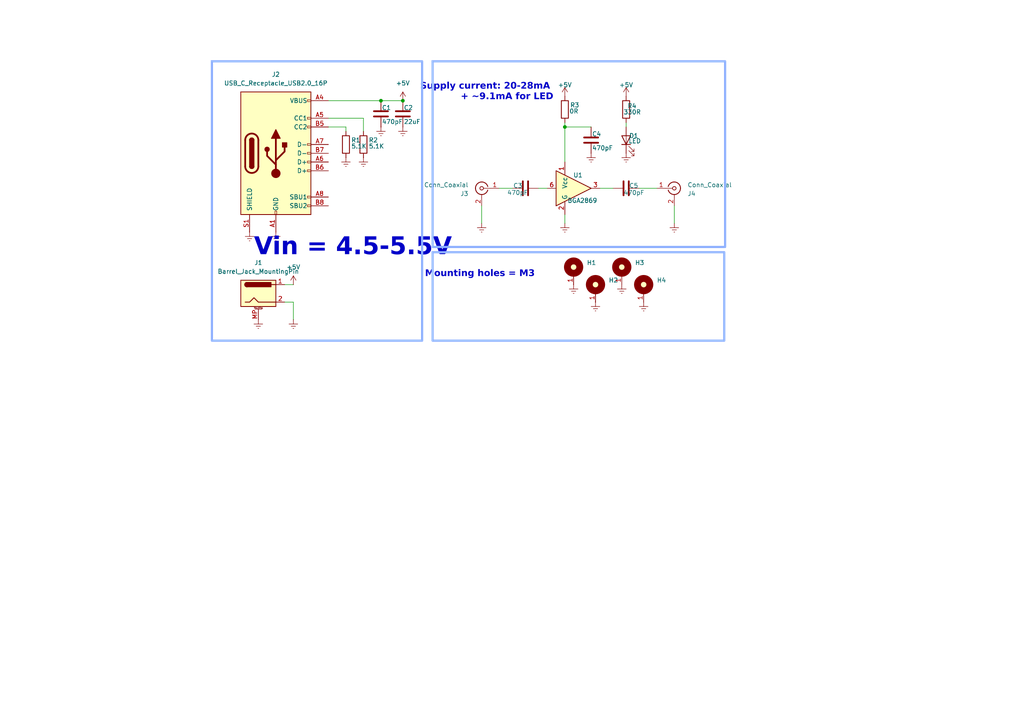
<source format=kicad_sch>
(kicad_sch (version 20250114) (generator "eeschema") (generator_version "9.0")
  (paper "A4")
  (lib_symbols
    (symbol "Connector:Barrel_Jack_MountingPin" (pin_names (hide yes))
      (property "Reference" "J" (at 0 5.334 0))
      (property "Value" "Barrel_Jack_MountingPin" (at 1.27 -6.35 0))
      (symbol "Barrel_Jack_MountingPin_0_1"
        (rectangle (start -5.08 3.81) (end 5.08 -3.81) (stroke (width 0.254)) (fill (type background)))
        (polyline (pts (xy -3.81 -2.54) (xy -2.54 -2.54) (xy -1.27 -1.27) (xy 0 -2.54) (xy 2.54 -2.54) (xy 5.08 -2.54)) (stroke (width 0.254)))
        (arc (start -3.302 1.905) (mid -3.9343 2.54) (end -3.302 3.175) (stroke (width 0.254)))
        (arc (start -3.302 1.905) (mid -3.9343 2.54) (end -3.302 3.175) (stroke (width 0.254)) (fill (type outline)))
        (rectangle (start 3.683 3.175) (end -3.302 1.905) (stroke (width 0.254)) (fill (type outline)))
        (polyline (pts (xy 5.08 2.54) (xy 3.81 2.54)) (stroke (width 0.254)))
      )
      (symbol "Barrel_Jack_MountingPin_1_1"
        (polyline (pts (xy -1.016 -4.572) (xy 1.016 -4.572)) (stroke (width 0.1524)))
        (text "Mounting" (at 0 -4.191 0) (effects (font (size 0.381 0.381))))
        (pin passive line (at 0 -7.62 90) (length 3.048) (name "MountPin") (number "MP"))
        (pin passive line (at 7.62 2.54 180) (length 2.54) (name "~") (number "1"))
        (pin passive line (at 7.62 -2.54 180) (length 2.54) (name "~") (number "2"))
      )
    )
    (symbol "Connector:Conn_Coaxial" (pin_names (offset 1.016) (hide yes))
      (property "Reference" "J" (at 0.254 3.048 0))
      (property "Value" "Conn_Coaxial" (at 2.921 0 90))
      (symbol "Conn_Coaxial_0_1"
        (polyline (pts (xy -2.54 0) (xy -0.508 0)))
        (arc (start 1.778 0) (mid 0.222 -1.8079) (end -1.778 -0.508) (stroke (width 0.254)))
        (arc (start -1.778 0.508) (mid 0.2221 1.8084) (end 1.778 0) (stroke (width 0.254)))
        (circle (center 0 0) (radius 0.508) (stroke (width 0.2032)))
        (polyline (pts (xy 0 -2.54) (xy 0 -1.778)))
      )
      (symbol "Conn_Coaxial_1_1"
        (pin passive line (at -5.08 0 0) (length 2.54) (name "In") (number "1"))
        (pin passive line (at 0 -5.08 90) (length 2.54) (name "Ext") (number "2"))
      )
    )
    (symbol "Connector:USB_C_Receptacle_USB2.0_16P" (pin_names (offset 1.016))
      (property "Reference" "J" (at 0 22.225 0))
      (property "Value" "USB_C_Receptacle_USB2.0_16P" (at 0 19.685 0))
      (symbol "USB_C_Receptacle_USB2.0_16P_0_0"
        (rectangle (start -0.254 -17.78) (end 0.254 -16.764))
        (rectangle (start 10.16 15.494) (end 9.144 14.986))
        (rectangle (start 10.16 10.414) (end 9.144 9.906))
        (rectangle (start 10.16 7.874) (end 9.144 7.366))
        (rectangle (start 10.16 2.794) (end 9.144 2.286))
        (rectangle (start 10.16 0.254) (end 9.144 -0.254))
        (rectangle (start 10.16 -2.286) (end 9.144 -2.794))
        (rectangle (start 10.16 -4.826) (end 9.144 -5.334))
        (rectangle (start 10.16 -12.446) (end 9.144 -12.954))
        (rectangle (start 10.16 -14.986) (end 9.144 -15.494))
      )
      (symbol "USB_C_Receptacle_USB2.0_16P_0_1"
        (rectangle (start -10.16 17.78) (end 10.16 -17.78) (stroke (width 0.254)) (fill (type background)))
        (polyline (pts (xy -8.89 -3.81) (xy -8.89 3.81)) (stroke (width 0.508)))
        (rectangle (start -7.62 -3.81) (end -6.35 3.81) (stroke (width 0.254)) (fill (type outline)))
        (arc (start -7.62 3.81) (mid -6.985 4.4423) (end -6.35 3.81) (stroke (width 0.254)))
        (arc (start -7.62 3.81) (mid -6.985 4.4423) (end -6.35 3.81) (stroke (width 0.254)) (fill (type outline)))
        (arc (start -8.89 3.81) (mid -6.985 5.7067) (end -5.08 3.81) (stroke (width 0.508)))
        (arc (start -5.08 -3.81) (mid -6.985 -5.7067) (end -8.89 -3.81) (stroke (width 0.508)))
        (arc (start -6.35 -3.81) (mid -6.985 -4.4423) (end -7.62 -3.81) (stroke (width 0.254)))
        (arc (start -6.35 -3.81) (mid -6.985 -4.4423) (end -7.62 -3.81) (stroke (width 0.254)) (fill (type outline)))
        (polyline (pts (xy -5.08 3.81) (xy -5.08 -3.81)) (stroke (width 0.508)))
        (circle (center -2.54 1.143) (radius 0.635) (stroke (width 0.254)) (fill (type outline)))
        (polyline (pts (xy -1.27 4.318) (xy 0 6.858) (xy 1.27 4.318) (xy -1.27 4.318)) (stroke (width 0.254)) (fill (type outline)))
        (polyline (pts (xy 0 -2.032) (xy 2.54 0.508) (xy 2.54 1.778)) (stroke (width 0.508)))
        (polyline (pts (xy 0 -3.302) (xy -2.54 -0.762) (xy -2.54 0.508)) (stroke (width 0.508)))
        (polyline (pts (xy 0 -5.842) (xy 0 4.318)) (stroke (width 0.508)))
        (circle (center 0 -5.842) (radius 1.27) (fill (type outline)))
        (rectangle (start 1.905 1.778) (end 3.175 3.048) (stroke (width 0.254)) (fill (type outline)))
      )
      (symbol "USB_C_Receptacle_USB2.0_16P_1_1"
        (pin passive line (at -7.62 -22.86 90) (length 5.08) (name "SHIELD") (number "S1"))
        (pin passive line (at 0 -22.86 90) (length 5.08) (name "GND") (number "A1"))
        (pin passive line (at 0 -22.86 90) (length 5.08) (hide yes) (name "GND") (number "A12"))
        (pin passive line (at 0 -22.86 90) (length 5.08) (hide yes) (name "GND") (number "B1"))
        (pin passive line (at 0 -22.86 90) (length 5.08) (hide yes) (name "GND") (number "B12"))
        (pin passive line (at 15.24 15.24 180) (length 5.08) (name "VBUS") (number "A4"))
        (pin passive line (at 15.24 15.24 180) (length 5.08) (hide yes) (name "VBUS") (number "A9"))
        (pin passive line (at 15.24 15.24 180) (length 5.08) (hide yes) (name "VBUS") (number "B4"))
        (pin passive line (at 15.24 15.24 180) (length 5.08) (hide yes) (name "VBUS") (number "B9"))
        (pin bidirectional line (at 15.24 10.16 180) (length 5.08) (name "CC1") (number "A5"))
        (pin bidirectional line (at 15.24 7.62 180) (length 5.08) (name "CC2") (number "B5"))
        (pin bidirectional line (at 15.24 2.54 180) (length 5.08) (name "D-") (number "A7"))
        (pin bidirectional line (at 15.24 0 180) (length 5.08) (name "D-") (number "B7"))
        (pin bidirectional line (at 15.24 -2.54 180) (length 5.08) (name "D+") (number "A6"))
        (pin bidirectional line (at 15.24 -5.08 180) (length 5.08) (name "D+") (number "B6"))
        (pin bidirectional line (at 15.24 -12.7 180) (length 5.08) (name "SBU1") (number "A8"))
        (pin bidirectional line (at 15.24 -15.24 180) (length 5.08) (name "SBU2") (number "B8"))
      )
    )
    (symbol "Device:C" (pin_numbers (hide yes)) (pin_names (offset 0.254))
      (property "Reference" "C" (at 0.635 2.54 0))
      (property "Value" "C" (at 0.635 -2.54 0))
      (symbol "C_0_1"
        (polyline (pts (xy -2.032 0.762) (xy 2.032 0.762)) (stroke (width 0.508)))
        (polyline (pts (xy -2.032 -0.762) (xy 2.032 -0.762)) (stroke (width 0.508)))
      )
      (symbol "C_1_1"
        (pin passive line (at 0 3.81 270) (length 2.794) (name "~") (number "1"))
        (pin passive line (at 0 -3.81 90) (length 2.794) (name "~") (number "2"))
      )
    )
    (symbol "Device:LED" (pin_numbers (hide yes)) (pin_names (offset 1.016) (hide yes))
      (property "Reference" "D" (at 0 2.54 0))
      (property "Value" "LED" (at 0 -2.54 0))
      (symbol "LED_0_1"
        (polyline (pts (xy -3.048 -0.762) (xy -4.572 -2.286) (xy -3.81 -2.286) (xy -4.572 -2.286) (xy -4.572 -1.524)))
        (polyline (pts (xy -1.778 -0.762) (xy -3.302 -2.286) (xy -2.54 -2.286) (xy -3.302 -2.286) (xy -3.302 -1.524)))
        (polyline (pts (xy -1.27 0) (xy 1.27 0)))
        (polyline (pts (xy -1.27 -1.27) (xy -1.27 1.27)) (stroke (width 0.254)))
        (polyline (pts (xy 1.27 -1.27) (xy 1.27 1.27) (xy -1.27 0) (xy 1.27 -1.27)) (stroke (width 0.254)))
      )
      (symbol "LED_1_1"
        (pin passive line (at -3.81 0 0) (length 2.54) (name "K") (number "1"))
        (pin passive line (at 3.81 0 180) (length 2.54) (name "A") (number "2"))
      )
    )
    (symbol "Device:R" (pin_numbers (hide yes)) (pin_names (offset 0))
      (property "Reference" "R" (at 2.032 0 90))
      (property "Value" "R" (at 0 0 90))
      (symbol "R_0_1"
        (rectangle (start -1.016 -2.54) (end 1.016 2.54) (stroke (width 0.254)))
      )
      (symbol "R_1_1"
        (pin passive line (at 0 3.81 270) (length 1.27) (name "~") (number "1"))
        (pin passive line (at 0 -3.81 90) (length 1.27) (name "~") (number "2"))
      )
    )
    (symbol "PCM_SL_Mechanical:MountingHole_M3_3.2mm_Pad"
      (property "Reference" "H" (at 0 7.62 0))
      (property "Value" "MountingHole_M3_3.2mm_Pad" (at 0 5.08 0))
      (symbol "MountingHole_M3_3.2mm_Pad_0_1"
        (circle (center 0 0) (radius 1.27) (fill (type background)))
        (circle (center 0 0) (radius 1.7961) (stroke (width 2)))
      )
      (symbol "MountingHole_M3_3.2mm_Pad_1_1"
        (pin passive line (at 0 -5.08 90) (length 2.54) (name "") (number "1"))
      )
    )
    (symbol "RF_Amplifier:BGA2869"
      (property "Reference" "U" (at 2.54 6.35 0))
      (property "Value" "BGA2869" (at 3.81 3.81 0))
      (symbol "BGA2869_0_1"
        (polyline (pts (xy 5.08 0) (xy -5.08 5.08) (xy -5.08 -5.08) (xy 5.08 0)) (stroke (width 0.254)) (fill (type background)))
      )
      (symbol "BGA2869_1_1"
        (pin input line (at -7.62 0 0) (length 2.54) (name "~") (number "6"))
        (pin power_in line (at -2.54 7.62 270) (length 3.81) (name "Vcc") (number "1"))
        (pin power_in line (at -2.54 -7.62 90) (length 3.81) (name "G") (number "2"))
        (pin passive line (at -2.54 -7.62 90) (length 3.81) (hide yes) (name "G") (number "4"))
        (pin passive line (at -2.54 -7.62 90) (length 3.81) (hide yes) (name "G") (number "5"))
        (pin output line (at 7.62 0 180) (length 2.54) (name "~") (number "3"))
      )
    )
    (symbol "power:+5V" (power) (pin_numbers (hide yes)) (pin_names (offset 0) (hide yes))
      (property "Value" "+5V" (at 0 3.556 0))
      (symbol "+5V_0_1"
        (polyline (pts (xy -0.762 1.27) (xy 0 2.54)))
        (polyline (pts (xy 0 2.54) (xy 0.762 1.27)))
        (polyline (pts (xy 0 0) (xy 0 2.54)))
      )
      (symbol "+5V_1_1"
        (pin power_in line (at 0 0 90) (length 0) (name "~") (number "1"))
      )
    )
    (symbol "power:Earth" (power) (pin_numbers (hide yes)) (pin_names (offset 0) (hide yes))
      (property "Value" "Earth" (at 0 -3.81 0))
      (symbol "Earth_0_1"
        (polyline (pts (xy -0.635 -1.905) (xy 0.635 -1.905)))
        (polyline (pts (xy -0.127 -2.54) (xy 0.127 -2.54)))
        (polyline (pts (xy 0 -1.27) (xy 0 0)))
        (polyline (pts (xy 1.27 -1.27) (xy -1.27 -1.27)))
      )
      (symbol "Earth_1_1"
        (pin power_in line (at 0 0 270) (length 0) (name "~") (number "1"))
      )
    )
  )
  (rectangle (start 125.476 73.152) (end 210.058 98.806) (stroke (width 0.635) (color 142 176 255 1)))
  (rectangle (start 61.468 17.78) (end 122.428 98.806) (stroke (width 0.635) (color 142 176 255 1)))
  (rectangle (start 125.476 17.78) (end 210.312 71.628) (stroke (width 0.635) (color 142 176 255 1)))
  (text "Vin = 4.5-5.5V" (at 102.362 73.152 0) (effects (font (size 5.08 5.08) (thickness 0.254) (bold yes))))
  (text "+ ~9.1mA for LED" (at 147.066 28.702 0) (effects (font (size 1.905 1.905) (thickness 0.254) (bold yes))))
  (text "Mounting holes = M3" (at 139.192 80.01 0) (effects (font (size 1.905 1.905) (thickness 0.254) (bold yes))))
  (text "Supply current: 20-28mA" (at 140.716 25.654 0) (effects (font (size 1.905 1.905) (thickness 0.254) (bold yes))))
  (junction (at 116.84 29.21))
  (junction (at 110.49 29.21))
  (junction (at 163.83 36.83))
  (wire (pts (xy 185.42 54.61) (xy 190.5 54.61)))
  (wire (pts (xy 95.25 34.29) (xy 105.41 34.29)))
  (wire (pts (xy 181.61 35.56) (xy 181.61 36.83)))
  (wire (pts (xy 95.25 36.83) (xy 100.33 36.83)))
  (wire (pts (xy 163.83 36.83) (xy 163.83 46.99)))
  (wire (pts (xy 156.21 54.61) (xy 158.75 54.61)))
  (wire (pts (xy 85.09 87.63) (xy 82.55 87.63)))
  (wire (pts (xy 144.78 54.61) (xy 148.59 54.61)))
  (wire (pts (xy 195.58 64.77) (xy 195.58 59.69)))
  (wire (pts (xy 85.09 82.55) (xy 82.55 82.55)))
  (wire (pts (xy 100.33 36.83) (xy 100.33 38.1)))
  (wire (pts (xy 163.83 35.56) (xy 163.83 36.83)))
  (wire (pts (xy 163.83 36.83) (xy 171.45 36.83)))
  (wire (pts (xy 85.09 87.63) (xy 85.09 92.71)))
  (wire (pts (xy 173.99 54.61) (xy 177.8 54.61)))
  (wire (pts (xy 116.84 29.21) (xy 110.49 29.21)))
  (wire (pts (xy 95.25 29.21) (xy 110.49 29.21)))
  (wire (pts (xy 105.41 34.29) (xy 105.41 38.1)))
  (wire (pts (xy 163.83 64.77) (xy 163.83 62.23)))
  (wire (pts (xy 139.7 64.77) (xy 139.7 59.69)))
  (symbol (lib_id "Device:C") (at 116.84 33.02 0) (unit 1)
    (property "Reference" "C2" (at 117.094 31.242 0) (effects (justify left)))
    (property "Value" "22uF" (at 117.094 35.306 0) (effects (justify left)))
    (property "Footprint" "Capacitor_SMD:C_0603_1608Metric" (effects (hide yes)))
    (property "Description" "Unpolarized capacitor" (effects (hide yes)))
  )
  (symbol (lib_id "Device:C") (at 152.4 54.61 270) (unit 1)
    (property "Reference" "C3" (at 148.844 53.848 90) (effects (justify left)))
    (property "Value" "470pF" (at 147.066 55.88 90) (effects (justify left)))
    (property "Footprint" "Capacitor_SMD:C_0603_1608Metric" (effects (hide yes)))
    (property "Description" "Unpolarized capacitor" (effects (hide yes)))
  )
  (symbol (lib_id "Connector:Conn_Coaxial") (at 139.7 54.61 0) (mirror y) (unit 1)
    (property "Reference" "J3" (at 135.89 56.1732 0) (effects (justify left)))
    (property "Value" "Conn_Coaxial" (at 135.89 53.6332 0) (effects (justify left)))
    (property "Footprint" "Connector_Coaxial:SMA_Samtec_SMA-J-P-H-ST-EM1_EdgeMount" (effects (hide yes)))
    (property "Description" "coaxial connector (BNC, SMA, SMB, SMC, Cinch/RCA, LEMO, ...)" (effects (hide yes)))
  )
  (symbol (lib_id "power:Earth") (at 72.39 67.31 0) (unit 1)
    (property "Reference" "#PWR01" (effects (hide yes)))
    (property "Value" "Earth" (effects (hide yes)))
    (property "Description" "Power symbol creates a global label with name \"Earth\"" (effects (hide yes)))
  )
  (symbol (lib_id "Connector:Conn_Coaxial") (at 195.58 54.61 0) (unit 1)
    (property "Reference" "J4" (at 199.39 56.1732 0) (effects (justify left)))
    (property "Value" "Conn_Coaxial" (at 199.39 53.6332 0) (effects (justify left)))
    (property "Footprint" "Connector_Coaxial:SMA_Samtec_SMA-J-P-H-ST-EM1_EdgeMount" (effects (hide yes)))
    (property "Description" "coaxial connector (BNC, SMA, SMB, SMC, Cinch/RCA, LEMO, ...)" (effects (hide yes)))
  )
  (symbol (lib_id "power:Earth") (at 100.33 45.72 0) (unit 1)
    (property "Reference" "#PWR06" (effects (hide yes)))
    (property "Value" "Earth" (effects (hide yes)))
    (property "Description" "Power symbol creates a global label with name \"Earth\"" (effects (hide yes)))
  )
  (symbol (lib_id "power:Earth") (at 80.01 67.31 0) (unit 1)
    (property "Reference" "#PWR03" (effects (hide yes)))
    (property "Value" "Earth" (effects (hide yes)))
    (property "Description" "Power symbol creates a global label with name \"Earth\"" (effects (hide yes)))
  )
  (symbol (lib_id "PCM_SL_Mechanical:MountingHole_M3_3.2mm_Pad") (at 186.69 82.55 0) (unit 1)
    (property "Reference" "H4" (at 190.5 81.28 0) (effects (justify left)))
    (property "Value" "MountingHole:MountingHole_3.2mm_M3_DIN965_Pad_TopBottom" (effects (hide yes)))
    (property "Footprint" "MountingHole:MountingHole_3.2mm_M3_DIN965_Pad_TopBottom" (effects (hide yes)))
    (property "Description" "3.2mm Diameter Mounting Hole Pad (M3)" (effects (hide yes)))
  )
  (symbol (lib_id "power:Earth") (at 181.61 44.45 0) (unit 1)
    (property "Reference" "#PWR019" (effects (hide yes)))
    (property "Value" "Earth" (effects (hide yes)))
    (property "Description" "Power symbol creates a global label with name \"Earth\"" (effects (hide yes)))
  )
  (symbol (lib_id "PCM_SL_Mechanical:MountingHole_M3_3.2mm_Pad") (at 180.34 77.47 0) (unit 1)
    (property "Reference" "H3" (at 184.15 76.2 0) (effects (justify left)))
    (property "Value" "MountingHole_M3_3.2mm_Pad" (effects (hide yes)))
    (property "Footprint" "MountingHole:MountingHole_3.2mm_M3_DIN965_Pad_TopBottom" (effects (hide yes)))
    (property "Description" "3.2mm Diameter Mounting Hole Pad (M3)" (effects (hide yes)))
  )
  (symbol (lib_id "Device:C") (at 110.49 33.02 0) (unit 1)
    (property "Reference" "C1" (at 110.744 31.242 0) (effects (justify left)))
    (property "Value" "470pF" (at 110.744 35.306 0) (effects (justify left)))
    (property "Footprint" "Capacitor_SMD:C_0603_1608Metric" (effects (hide yes)))
    (property "Description" "Unpolarized capacitor" (effects (hide yes)))
  )
  (symbol (lib_id "power:Earth") (at 139.7 64.77 0) (unit 1)
    (property "Reference" "#PWR011" (effects (hide yes)))
    (property "Value" "Earth" (effects (hide yes)))
    (property "Description" "Power symbol creates a global label with name \"Earth\"" (effects (hide yes)))
  )
  (symbol (lib_id "power:Earth") (at 171.45 44.45 0) (unit 1)
    (property "Reference" "#PWR015" (effects (hide yes)))
    (property "Value" "Earth" (effects (hide yes)))
    (property "Description" "Power symbol creates a global label with name \"Earth\"" (effects (hide yes)))
  )
  (symbol (lib_id "Device:R") (at 105.41 41.91 0) (unit 1)
    (property "Reference" "R2" (at 106.934 40.64 0) (effects (justify left)))
    (property "Value" "5.1K" (at 106.934 42.418 0) (effects (justify left)))
    (property "Footprint" "PCM_Resistor_SMD_AKL:R_0603_1608Metric" (effects (hide yes)))
    (property "Description" "Resistor" (effects (hide yes)))
  )
  (symbol (lib_id "Device:C") (at 171.45 40.64 0) (unit 1)
    (property "Reference" "C4" (at 171.704 38.862 0) (effects (justify left)))
    (property "Value" "470pF" (at 171.704 42.926 0) (effects (justify left)))
    (property "Footprint" "Capacitor_SMD:C_0603_1608Metric" (effects (hide yes)))
    (property "Description" "Unpolarized capacitor" (effects (hide yes)))
  )
  (symbol (lib_id "power:Earth") (at 195.58 64.77 0) (mirror y) (unit 1)
    (property "Reference" "#PWR021" (effects (hide yes)))
    (property "Value" "Earth" (effects (hide yes)))
    (property "Description" "Power symbol creates a global label with name \"Earth\"" (effects (hide yes)))
  )
  (symbol (lib_id "PCM_SL_Mechanical:MountingHole_M3_3.2mm_Pad") (at 166.37 77.47 0) (unit 1)
    (property "Reference" "H1" (at 170.18 76.2 0) (effects (justify left)))
    (property "Value" "MountingHole_M3_3.2mm_Pad" (effects (hide yes)))
    (property "Footprint" "MountingHole:MountingHole_3.2mm_M3_DIN965_Pad_TopBottom" (effects (hide yes)))
    (property "Description" "3.2mm Diameter Mounting Hole Pad (M3)" (effects (hide yes)))
  )
  (symbol (lib_id "Device:LED") (at 181.61 40.64 90) (unit 1)
    (property "Reference" "D1" (at 185.166 39.37 90) (effects (justify left)))
    (property "Value" "LED" (at 185.928 40.894 90) (effects (justify left)))
    (property "Footprint" "LED_SMD:LED_0603_1608Metric" (effects (hide yes)))
    (property "Description" "Light emitting diode" (effects (hide yes)))
    (property "Sim.Pins" "1=K 2=A" (effects (hide yes)))
  )
  (symbol (lib_id "PCM_SL_Mechanical:MountingHole_M3_3.2mm_Pad") (at 172.72 82.55 0) (unit 1)
    (property "Reference" "H2" (at 176.53 81.28 0) (effects (justify left)))
    (property "Value" "MountingHole_M3_3.2mm_Pad" (effects (hide yes)))
    (property "Footprint" "MountingHole:MountingHole_3.2mm_M3_DIN965_Pad_TopBottom" (effects (hide yes)))
    (property "Description" "3.2mm Diameter Mounting Hole Pad (M3)" (effects (hide yes)))
  )
  (symbol (lib_id "Device:R") (at 163.83 31.75 0) (unit 1)
    (property "Reference" "R3" (at 165.354 30.48 0) (effects (justify left)))
    (property "Value" "0R" (at 165.1 32.258 0) (effects (justify left)))
    (property "Footprint" "PCM_Resistor_SMD_AKL:R_0603_1608Metric" (effects (hide yes)))
    (property "Description" "Resistor" (effects (hide yes)))
  )
  (symbol (lib_id "power:Earth") (at 85.09 92.71 0) (unit 1)
    (property "Reference" "#PWR05" (effects (hide yes)))
    (property "Value" "Earth" (effects (hide yes)))
    (property "Description" "Power symbol creates a global label with name \"Earth\"" (effects (hide yes)))
  )
  (symbol (lib_id "Device:R") (at 181.61 31.75 180) (unit 1)
    (property "Reference" "R4" (at 184.658 30.734 0) (effects (justify left)))
    (property "Value" "330R" (at 185.928 32.512 0) (effects (justify left)))
    (property "Footprint" "PCM_Resistor_SMD_AKL:R_0603_1608Metric" (effects (hide yes)))
    (property "Description" "Resistor" (effects (hide yes)))
  )
  (symbol (lib_id "Connector:Barrel_Jack_MountingPin") (at 74.93 85.09 0) (unit 1)
    (property "Reference" "J1" (at 74.93 76.2 0))
    (property "Value" "Barrel_Jack_MountingPin" (at 74.93 78.74 0))
    (property "Footprint" "Connector_BarrelJack:BarrelJack_GCT_DCJ200-10-A_Horizontal" (effects (hide yes)))
    (property "Description" "DC Barrel Jack with a mounting pin" (effects (hide yes)))
  )
  (symbol (lib_id "power:+5V") (at 116.84 29.21 0) (unit 1)
    (property "Reference" "#PWR09" (effects (hide yes)))
    (property "Value" "+5V" (at 116.84 24.13 0))
    (property "Description" "Power symbol creates a global label with name \"+5V\"" (effects (hide yes)))
  )
  (symbol (lib_id "power:+5V") (at 181.61 27.94 0) (unit 1)
    (property "Reference" "#PWR018" (effects (hide yes)))
    (property "Value" "+5V" (at 181.61 24.638 0))
    (property "Description" "Power symbol creates a global label with name \"+5V\"" (effects (hide yes)))
  )
  (symbol (lib_id "power:Earth") (at 163.83 64.77 0) (unit 1)
    (property "Reference" "#PWR013" (effects (hide yes)))
    (property "Value" "Earth" (effects (hide yes)))
    (property "Description" "Power symbol creates a global label with name \"Earth\"" (effects (hide yes)))
  )
  (symbol (lib_id "power:Earth") (at 166.37 82.55 0) (unit 1)
    (property "Reference" "#PWR014" (effects (hide yes)))
    (property "Value" "Earth" (effects (hide yes)))
    (property "Description" "Power symbol creates a global label with name \"Earth\"" (effects (hide yes)))
  )
  (symbol (lib_id "RF_Amplifier:BGA2869") (at 166.37 54.61 0) (unit 1)
    (property "Reference" "U1" (at 167.64 50.8 0))
    (property "Value" "BGA2869" (at 168.91 58.166 0))
    (property "Footprint" "Package_TO_SOT_SMD:SOT-363_SC-70-6" (effects (hide yes)))
    (property "Datasheet" "https://www.nxp.com/docs/en/data-sheet/BGA2869.pdf" (effects (hide yes)))
    (property "Description" "MMIC wideband amplifier, DC-2.2GHz, +31.7dB @ 950MHz, 5V, SOT-363" (effects (hide yes)))
  )
  (symbol (lib_id "power:Earth") (at 105.41 45.72 0) (unit 1)
    (property "Reference" "#PWR07" (effects (hide yes)))
    (property "Value" "Earth" (effects (hide yes)))
    (property "Description" "Power symbol creates a global label with name \"Earth\"" (effects (hide yes)))
  )
  (symbol (lib_id "power:Earth") (at 110.49 36.83 0) (unit 1)
    (property "Reference" "#PWR08" (effects (hide yes)))
    (property "Value" "Earth" (effects (hide yes)))
    (property "Description" "Power symbol creates a global label with name \"Earth\"" (effects (hide yes)))
  )
  (symbol (lib_id "power:+5V") (at 163.83 27.94 0) (unit 1)
    (property "Reference" "#PWR012" (effects (hide yes)))
    (property "Value" "+5V" (at 163.83 24.638 0))
    (property "Description" "Power symbol creates a global label with name \"+5V\"" (effects (hide yes)))
  )
  (symbol (lib_id "power:Earth") (at 116.84 36.83 0) (unit 1)
    (property "Reference" "#PWR010" (effects (hide yes)))
    (property "Value" "Earth" (effects (hide yes)))
    (property "Description" "Power symbol creates a global label with name \"Earth\"" (effects (hide yes)))
  )
  (symbol (lib_id "Device:C") (at 181.61 54.61 90) (mirror x) (unit 1)
    (property "Reference" "C5" (at 185.166 53.848 90) (effects (justify left)))
    (property "Value" "470pF" (at 186.944 55.88 90) (effects (justify left)))
    (property "Footprint" "Capacitor_SMD:C_0603_1608Metric" (effects (hide yes)))
    (property "Description" "Unpolarized capacitor" (effects (hide yes)))
  )
  (symbol (lib_id "power:+5V") (at 85.09 82.55 0) (unit 1)
    (property "Reference" "#PWR04" (effects (hide yes)))
    (property "Value" "+5V" (at 85.09 77.47 0))
    (property "Description" "Power symbol creates a global label with name \"+5V\"" (effects (hide yes)))
  )
  (symbol (lib_id "power:Earth") (at 186.69 87.63 0) (unit 1)
    (property "Reference" "#PWR020" (effects (hide yes)))
    (property "Value" "Earth" (effects (hide yes)))
    (property "Description" "Power symbol creates a global label with name \"Earth\"" (effects (hide yes)))
  )
  (symbol (lib_id "power:Earth") (at 172.72 87.63 0) (unit 1)
    (property "Reference" "#PWR016" (effects (hide yes)))
    (property "Value" "Earth" (effects (hide yes)))
    (property "Description" "Power symbol creates a global label with name \"Earth\"" (effects (hide yes)))
  )
  (symbol (lib_id "power:Earth") (at 74.93 92.71 0) (unit 1)
    (property "Reference" "#PWR02" (effects (hide yes)))
    (property "Value" "Earth" (effects (hide yes)))
    (property "Description" "Power symbol creates a global label with name \"Earth\"" (effects (hide yes)))
  )
  (symbol (lib_id "Connector:USB_C_Receptacle_USB2.0_16P") (at 80.01 44.45 0) (unit 1)
    (property "Reference" "J2" (at 80.01 21.59 0))
    (property "Value" "USB_C_Receptacle_USB2.0_16P" (at 80.01 24.13 0))
    (property "Footprint" "Connector_USB:USB_C_Receptacle_G-Switch_GT-USB-7010ASV" (effects (hide yes)))
    (property "Datasheet" "https://www.usb.org/sites/default/files/documents/usb_type-c.zip" (effects (hide yes)))
    (property "Description" "USB 2.0-only 16P Type-C Receptacle connector" (effects (hide yes)))
  )
  (symbol (lib_id "power:Earth") (at 180.34 82.55 0) (unit 1)
    (property "Reference" "#PWR017" (effects (hide yes)))
    (property "Value" "Earth" (effects (hide yes)))
    (property "Description" "Power symbol creates a global label with name \"Earth\"" (effects (hide yes)))
  )
  (symbol (lib_id "Device:R") (at 100.33 41.91 0) (unit 1)
    (property "Reference" "R1" (at 101.854 40.64 0) (effects (justify left)))
    (property "Value" "5.1K" (at 101.854 42.418 0) (effects (justify left)))
    (property "Footprint" "PCM_Resistor_SMD_AKL:R_0603_1608Metric" (effects (hide yes)))
    (property "Description" "Resistor" (effects (hide yes)))
  )
)
</source>
